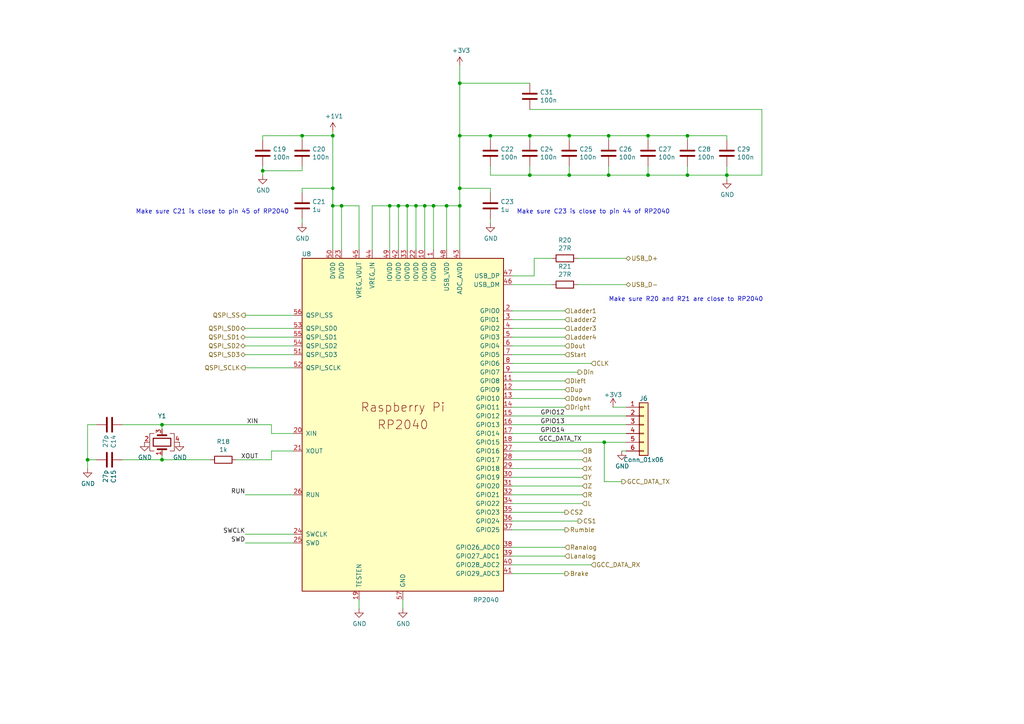
<source format=kicad_sch>
(kicad_sch (version 20211123) (generator eeschema)
  (paper "A4")
  (title_block (title "PHORAE") (rev "A"))
  (lib_symbols
    (symbol "Connector_Generic:Conn_01x06" (pin_names (offset 1.016) hide)
      (property "Reference" "J" (at 0 7.62 0))
      (property "Value" "Conn_01x06" (at 0 -10.16 0))
      (symbol "Conn_01x06_1_1"
        (rectangle (start -1.27 -7.493) (end 0 -7.747) (stroke (width 0.1524)))
        (rectangle (start -1.27 -4.953) (end 0 -5.207) (stroke (width 0.1524)))
        (rectangle (start -1.27 -2.413) (end 0 -2.667) (stroke (width 0.1524)))
        (rectangle (start -1.27 0.127) (end 0 -0.127) (stroke (width 0.1524)))
        (rectangle (start -1.27 2.667) (end 0 2.413) (stroke (width 0.1524)))
        (rectangle (start -1.27 5.207) (end 0 4.953) (stroke (width 0.1524)))
        (rectangle (start -1.27 6.35) (end 1.27 -8.89) (stroke (width 0.254)) (fill (type background)))
        (pin passive line (at -5.08 5.08 0) (length 3.81) (name "Pin_1") (number "1"))
        (pin passive line (at -5.08 2.54 0) (length 3.81) (name "Pin_2") (number "2"))
        (pin passive line (at -5.08 0 0) (length 3.81) (name "Pin_3") (number "3"))
        (pin passive line (at -5.08 -2.54 0) (length 3.81) (name "Pin_4") (number "4"))
        (pin passive line (at -5.08 -5.08 0) (length 3.81) (name "Pin_5") (number "5"))
        (pin passive line (at -5.08 -7.62 0) (length 3.81) (name "Pin_6") (number "6"))
      )
    )
    (symbol "Device:C" (pin_numbers hide) (pin_names (offset 0.254))
      (property "Reference" "C" (at 0.635 2.54 0))
      (property "Value" "C" (at 0.635 -2.54 0))
      (symbol "C_0_1"
        (polyline (pts (xy -2.032 -0.762) (xy 2.032 -0.762)) (stroke (width 0.508)))
        (polyline (pts (xy -2.032 0.762) (xy 2.032 0.762)) (stroke (width 0.508)))
      )
      (symbol "C_1_1"
        (pin passive line (at 0 3.81 270) (length 2.794) (name "~") (number "1"))
        (pin passive line (at 0 -3.81 90) (length 2.794) (name "~") (number "2"))
      )
    )
    (symbol "Device:Crystal_GND24" (pin_names (offset 1.016) hide)
      (property "Reference" "Y" (at 3.175 5.08 0))
      (property "Value" "Crystal_GND24" (at 3.175 3.175 0))
      (symbol "Crystal_GND24_0_1"
        (rectangle (start -1.143 2.54) (end 1.143 -2.54) (stroke (width 0.3048)))
        (polyline (pts (xy -2.54 0) (xy -2.032 0)))
        (polyline (pts (xy -2.032 -1.27) (xy -2.032 1.27)) (stroke (width 0.508)))
        (polyline (pts (xy 0 -3.81) (xy 0 -3.556)))
        (polyline (pts (xy 0 3.556) (xy 0 3.81)))
        (polyline (pts (xy 2.032 -1.27) (xy 2.032 1.27)) (stroke (width 0.508)))
        (polyline (pts (xy 2.032 0) (xy 2.54 0)))
        (polyline (pts (xy -2.54 -2.286) (xy -2.54 -3.556) (xy 2.54 -3.556) (xy 2.54 -2.286)))
        (polyline (pts (xy -2.54 2.286) (xy -2.54 3.556) (xy 2.54 3.556) (xy 2.54 2.286)))
      )
      (symbol "Crystal_GND24_1_1"
        (pin passive line (at -3.81 0 0) (length 1.27) (name "1") (number "1"))
        (pin passive line (at 0 5.08 270) (length 1.27) (name "2") (number "2"))
        (pin passive line (at 3.81 0 180) (length 1.27) (name "3") (number "3"))
        (pin passive line (at 0 -5.08 90) (length 1.27) (name "4") (number "4"))
      )
    )
    (symbol "Device:R" (pin_numbers hide) (pin_names (offset 0))
      (property "Reference" "R" (at 2.032 0 90))
      (property "Value" "R" (at 0 0 90))
      (symbol "R_0_1"
        (rectangle (start -1.016 -2.54) (end 1.016 2.54) (stroke (width 0.254)))
      )
      (symbol "R_1_1"
        (pin passive line (at 0 3.81 270) (length 1.27) (name "~") (number "1"))
        (pin passive line (at 0 -3.81 90) (length 1.27) (name "~") (number "2"))
      )
    )
    (symbol "GCC:+3.3V" (power) (pin_names (offset 0))
      (property "Value" "+3.3V" (at 0 3.556 0))
      (symbol "+3.3V_0_1"
        (polyline (pts (xy -0.762 1.27) (xy 0 2.54)))
        (polyline (pts (xy 0 0) (xy 0 2.54)))
        (polyline (pts (xy 0 2.54) (xy 0.762 1.27)))
      )
      (symbol "+3.3V_1_1"
        (pin power_in line (at 0 0 90) (length 0) hide (name "+3V3") (number "1"))
      )
    )
    (symbol "MCU_RaspberryPi_RP2040:RP2040" (pin_names (offset 1.016))
      (property "Reference" "U" (at -29.21 49.53 0))
      (property "Value" "RP2040" (at 24.13 -49.53 0))
      (symbol "RP2040_0_0"
        (text "Raspberry Pi" (at 0 5.08 0) (effects (font (size 2.54 2.54))))
        (text "RP2040" (at 0 0 0) (effects (font (size 2.54 2.54))))
      )
      (symbol "RP2040_0_1"
        (rectangle (start 29.21 48.26) (end -29.21 -48.26) (stroke (width 0.254)) (fill (type background)))
      )
      (symbol "RP2040_1_1"
        (pin power_in line (at 8.89 50.8 270) (length 2.54) (name "IOVDD") (number "1"))
        (pin power_in line (at 6.35 50.8 270) (length 2.54) (name "IOVDD") (number "10"))
        (pin bidirectional line (at 31.75 12.7 180) (length 2.54) (name "GPIO8") (number "11"))
        (pin bidirectional line (at 31.75 10.16 180) (length 2.54) (name "GPIO9") (number "12"))
        (pin bidirectional line (at 31.75 7.62 180) (length 2.54) (name "GPIO10") (number "13"))
        (pin bidirectional line (at 31.75 5.08 180) (length 2.54) (name "GPIO11") (number "14"))
        (pin bidirectional line (at 31.75 2.54 180) (length 2.54) (name "GPIO12") (number "15"))
        (pin bidirectional line (at 31.75 0 180) (length 2.54) (name "GPIO13") (number "16"))
        (pin bidirectional line (at 31.75 -2.54 180) (length 2.54) (name "GPIO14") (number "17"))
        (pin bidirectional line (at 31.75 -5.08 180) (length 2.54) (name "GPIO15") (number "18"))
        (pin passive line (at -12.7 -50.8 90) (length 2.54) (name "TESTEN") (number "19"))
        (pin bidirectional line (at 31.75 33.02 180) (length 2.54) (name "GPIO0") (number "2"))
        (pin input line (at -31.75 -2.54 0) (length 2.54) (name "XIN") (number "20"))
        (pin passive line (at -31.75 -7.62 0) (length 2.54) (name "XOUT") (number "21"))
        (pin power_in line (at 3.81 50.8 270) (length 2.54) (name "IOVDD") (number "22"))
        (pin power_in line (at -17.78 50.8 270) (length 2.54) (name "DVDD") (number "23"))
        (pin output line (at -31.75 -31.75 0) (length 2.54) (name "SWCLK") (number "24"))
        (pin bidirectional line (at -31.75 -34.29 0) (length 2.54) (name "SWD") (number "25"))
        (pin input line (at -31.75 -20.32 0) (length 2.54) (name "RUN") (number "26"))
        (pin bidirectional line (at 31.75 -7.62 180) (length 2.54) (name "GPIO16") (number "27"))
        (pin bidirectional line (at 31.75 -10.16 180) (length 2.54) (name "GPIO17") (number "28"))
        (pin bidirectional line (at 31.75 -12.7 180) (length 2.54) (name "GPIO18") (number "29"))
        (pin bidirectional line (at 31.75 30.48 180) (length 2.54) (name "GPIO1") (number "3"))
        (pin bidirectional line (at 31.75 -15.24 180) (length 2.54) (name "GPIO19") (number "30"))
        (pin bidirectional line (at 31.75 -17.78 180) (length 2.54) (name "GPIO20") (number "31"))
        (pin bidirectional line (at 31.75 -20.32 180) (length 2.54) (name "GPIO21") (number "32"))
        (pin power_in line (at 1.27 50.8 270) (length 2.54) (name "IOVDD") (number "33"))
        (pin bidirectional line (at 31.75 -22.86 180) (length 2.54) (name "GPIO22") (number "34"))
        (pin bidirectional line (at 31.75 -25.4 180) (length 2.54) (name "GPIO23") (number "35"))
        (pin bidirectional line (at 31.75 -27.94 180) (length 2.54) (name "GPIO24") (number "36"))
        (pin bidirectional line (at 31.75 -30.48 180) (length 2.54) (name "GPIO25") (number "37"))
        (pin bidirectional line (at 31.75 -35.56 180) (length 2.54) (name "GPIO26_ADC0") (number "38"))
        (pin bidirectional line (at 31.75 -38.1 180) (length 2.54) (name "GPIO27_ADC1") (number "39"))
        (pin bidirectional line (at 31.75 27.94 180) (length 2.54) (name "GPIO2") (number "4"))
        (pin bidirectional line (at 31.75 -40.64 180) (length 2.54) (name "GPIO28_ADC2") (number "40"))
        (pin bidirectional line (at 31.75 -43.18 180) (length 2.54) (name "GPIO29_ADC3") (number "41"))
        (pin power_in line (at -1.27 50.8 270) (length 2.54) (name "IOVDD") (number "42"))
        (pin power_in line (at 16.51 50.8 270) (length 2.54) (name "ADC_AVDD") (number "43"))
        (pin power_in line (at -8.89 50.8 270) (length 2.54) (name "VREG_IN") (number "44"))
        (pin power_out line (at -12.7 50.8 270) (length 2.54) (name "VREG_VOUT") (number "45"))
        (pin bidirectional line (at 31.75 40.64 180) (length 2.54) (name "USB_DM") (number "46"))
        (pin bidirectional line (at 31.75 43.18 180) (length 2.54) (name "USB_DP") (number "47"))
        (pin power_in line (at 12.7 50.8 270) (length 2.54) (name "USB_VDD") (number "48"))
        (pin power_in line (at -3.81 50.8 270) (length 2.54) (name "IOVDD") (number "49"))
        (pin bidirectional line (at 31.75 25.4 180) (length 2.54) (name "GPIO3") (number "5"))
        (pin power_in line (at -20.32 50.8 270) (length 2.54) (name "DVDD") (number "50"))
        (pin bidirectional line (at -31.75 20.32 0) (length 2.54) (name "QSPI_SD3") (number "51"))
        (pin output line (at -31.75 16.51 0) (length 2.54) (name "QSPI_SCLK") (number "52"))
        (pin bidirectional line (at -31.75 27.94 0) (length 2.54) (name "QSPI_SD0") (number "53"))
        (pin bidirectional line (at -31.75 22.86 0) (length 2.54) (name "QSPI_SD2") (number "54"))
        (pin bidirectional line (at -31.75 25.4 0) (length 2.54) (name "QSPI_SD1") (number "55"))
        (pin bidirectional line (at -31.75 31.75 0) (length 2.54) (name "QSPI_SS") (number "56"))
        (pin power_in line (at 0 -50.8 90) (length 2.54) (name "GND") (number "57"))
        (pin bidirectional line (at 31.75 22.86 180) (length 2.54) (name "GPIO4") (number "6"))
        (pin bidirectional line (at 31.75 20.32 180) (length 2.54) (name "GPIO5") (number "7"))
        (pin bidirectional line (at 31.75 17.78 180) (length 2.54) (name "GPIO6") (number "8"))
        (pin bidirectional line (at 31.75 15.24 180) (length 2.54) (name "GPIO7") (number "9"))
      )
    )
    (symbol "power:+1V1" (power) (pin_names (offset 0))
      (property "Value" "+1V1" (at 0 3.556 0))
      (symbol "+1V1_0_1"
        (polyline (pts (xy -0.762 1.27) (xy 0 2.54)))
        (polyline (pts (xy 0 0) (xy 0 2.54)))
        (polyline (pts (xy 0 2.54) (xy 0.762 1.27)))
      )
      (symbol "+1V1_1_1"
        (pin power_in line (at 0 0 90) (length 0) hide (name "+1V1") (number "1"))
      )
    )
    (symbol "power:+3V3" (power) (pin_names (offset 0))
      (property "Value" "+3V3" (at 0 3.556 0))
      (symbol "+3V3_0_1"
        (polyline (pts (xy -0.762 1.27) (xy 0 2.54)))
        (polyline (pts (xy 0 0) (xy 0 2.54)))
        (polyline (pts (xy 0 2.54) (xy 0.762 1.27)))
      )
      (symbol "+3V3_1_1"
        (pin power_in line (at 0 0 90) (length 0) hide (name "+3V3") (number "1"))
      )
    )
    (symbol "power:GND" (power) (pin_names (offset 0))
      (property "Value" "GND" (at 0 -3.81 0))
      (symbol "GND_0_1"
        (polyline (pts (xy 0 0) (xy 0 -1.27) (xy 1.27 -1.27) (xy 0 -2.54) (xy -1.27 -1.27) (xy 0 -1.27)))
      )
      (symbol "GND_1_1"
        (pin power_in line (at 0 0 270) (length 0) hide (name "GND") (number "1"))
      )
    )
  )
  (junction (at 46.99 133.35))
  (junction (at 46.99 123.19))
  (junction (at 99.06 59.69))
  (junction (at 133.35 59.69))
  (junction (at 153.67 50.8))
  (junction (at 113.03 59.69))
  (junction (at 199.39 50.8))
  (junction (at 210.82 50.8))
  (junction (at 165.1 50.8))
  (junction (at 175.26 128.27))
  (junction (at 142.24 39.37))
  (junction (at 133.35 39.37))
  (junction (at 123.19 59.69))
  (junction (at 129.54 59.69))
  (junction (at 76.2 49.53))
  (junction (at 120.65 59.69))
  (junction (at 187.96 50.8))
  (junction (at 133.35 54.61))
  (junction (at 96.52 54.61))
  (junction (at 187.96 39.37))
  (junction (at 165.1 39.37))
  (junction (at 176.53 39.37))
  (junction (at 115.57 59.69))
  (junction (at 87.63 39.37))
  (junction (at 176.53 50.8))
  (junction (at 153.67 39.37))
  (junction (at 118.11 59.69))
  (junction (at 96.52 59.69))
  (junction (at 133.35 24.13))
  (junction (at 199.39 39.37))
  (junction (at 125.73 59.69))
  (junction (at 25.4 133.35))
  (junction (at 96.52 39.37))
  (wire (pts (xy 68.58 133.35) (xy 78.74 133.35)))
  (wire (pts (xy 133.35 54.61) (xy 142.24 54.61)))
  (wire (pts (xy 148.59 95.25) (xy 163.83 95.25)))
  (wire (pts (xy 167.64 74.93) (xy 181.61 74.93)))
  (wire (pts (xy 133.35 54.61) (xy 133.35 59.69)))
  (wire (pts (xy 153.67 39.37) (xy 165.1 39.37)))
  (wire (pts (xy 148.59 90.17) (xy 163.83 90.17)))
  (wire (pts (xy 176.53 50.8) (xy 165.1 50.8)))
  (wire (pts (xy 148.59 118.11) (xy 163.83 118.11)))
  (wire (pts (xy 27.94 123.19) (xy 25.4 123.19)))
  (wire (pts (xy 165.1 48.26) (xy 165.1 50.8)))
  (wire (pts (xy 148.59 130.81) (xy 168.91 130.81)))
  (wire (pts (xy 99.06 72.39) (xy 99.06 59.69)))
  (wire (pts (xy 96.52 39.37) (xy 96.52 54.61)))
  (wire (pts (xy 87.63 54.61) (xy 96.52 54.61)))
  (wire (pts (xy 87.63 55.88) (xy 87.63 54.61)))
  (wire (pts (xy 176.53 48.26) (xy 176.53 50.8)))
  (wire (pts (xy 148.59 102.87) (xy 163.83 102.87)))
  (wire (pts (xy 148.59 143.51) (xy 168.91 143.51)))
  (wire (pts (xy 187.96 40.64) (xy 187.96 39.37)))
  (wire (pts (xy 133.35 24.13) (xy 153.67 24.13)))
  (wire (pts (xy 148.59 97.79) (xy 163.83 97.79)))
  (wire (pts (xy 148.59 163.83) (xy 171.45 163.83)))
  (wire (pts (xy 165.1 40.64) (xy 165.1 39.37)))
  (wire (pts (xy 153.67 48.26) (xy 153.67 50.8)))
  (wire (pts (xy 71.12 102.87) (xy 85.09 102.87)))
  (wire (pts (xy 148.59 133.35) (xy 168.91 133.35)))
  (wire (pts (xy 154.94 74.93) (xy 160.02 74.93)))
  (wire (pts (xy 78.74 125.73) (xy 78.74 123.19)))
  (wire (pts (xy 199.39 50.8) (xy 187.96 50.8)))
  (wire (pts (xy 120.65 59.69) (xy 123.19 59.69)))
  (wire (pts (xy 46.99 124.46) (xy 46.99 123.19)))
  (wire (pts (xy 199.39 48.26) (xy 199.39 50.8)))
  (wire (pts (xy 148.59 92.71) (xy 163.83 92.71)))
  (wire (pts (xy 175.26 128.27) (xy 181.61 128.27)))
  (wire (pts (xy 113.03 72.39) (xy 113.03 59.69)))
  (wire (pts (xy 148.59 105.41) (xy 171.45 105.41)))
  (wire (pts (xy 199.39 40.64) (xy 199.39 39.37)))
  (wire (pts (xy 148.59 166.37) (xy 163.83 166.37)))
  (wire (pts (xy 148.59 128.27) (xy 175.26 128.27)))
  (wire (pts (xy 210.82 48.26) (xy 210.82 50.8)))
  (wire (pts (xy 187.96 48.26) (xy 187.96 50.8)))
  (wire (pts (xy 35.56 123.19) (xy 46.99 123.19)))
  (wire (pts (xy 76.2 39.37) (xy 87.63 39.37)))
  (wire (pts (xy 123.19 59.69) (xy 125.73 59.69)))
  (wire (pts (xy 78.74 130.81) (xy 78.74 133.35)))
  (wire (pts (xy 133.35 59.69) (xy 133.35 72.39)))
  (wire (pts (xy 107.95 72.39) (xy 107.95 59.69)))
  (wire (pts (xy 85.09 106.68) (xy 71.12 106.68)))
  (wire (pts (xy 220.98 50.8) (xy 210.82 50.8)))
  (wire (pts (xy 27.94 133.35) (xy 25.4 133.35)))
  (wire (pts (xy 210.82 50.8) (xy 210.82 52.07)))
  (wire (pts (xy 148.59 82.55) (xy 160.02 82.55)))
  (wire (pts (xy 165.1 50.8) (xy 153.67 50.8)))
  (wire (pts (xy 76.2 49.53) (xy 76.2 50.8)))
  (wire (pts (xy 96.52 38.1) (xy 96.52 39.37)))
  (wire (pts (xy 180.34 139.7) (xy 175.26 139.7)))
  (wire (pts (xy 148.59 100.33) (xy 163.83 100.33)))
  (wire (pts (xy 115.57 72.39) (xy 115.57 59.69)))
  (wire (pts (xy 148.59 138.43) (xy 168.91 138.43)))
  (wire (pts (xy 87.63 63.5) (xy 87.63 64.77)))
  (wire (pts (xy 87.63 39.37) (xy 96.52 39.37)))
  (wire (pts (xy 148.59 151.13) (xy 167.64 151.13)))
  (wire (pts (xy 167.64 82.55) (xy 181.61 82.55)))
  (wire (pts (xy 46.99 133.35) (xy 60.96 133.35)))
  (wire (pts (xy 118.11 59.69) (xy 120.65 59.69)))
  (wire (pts (xy 129.54 72.39) (xy 129.54 59.69)))
  (wire (pts (xy 148.59 113.03) (xy 163.83 113.03)))
  (wire (pts (xy 148.59 148.59) (xy 163.83 148.59)))
  (wire (pts (xy 148.59 158.75) (xy 163.83 158.75)))
  (wire (pts (xy 76.2 48.26) (xy 76.2 49.53)))
  (wire (pts (xy 87.63 49.53) (xy 87.63 48.26)))
  (wire (pts (xy 142.24 63.5) (xy 142.24 64.77)))
  (wire (pts (xy 125.73 59.69) (xy 129.54 59.69)))
  (wire (pts (xy 199.39 39.37) (xy 210.82 39.37)))
  (wire (pts (xy 71.12 97.79) (xy 85.09 97.79)))
  (wire (pts (xy 154.94 74.93) (xy 154.94 80.01)))
  (wire (pts (xy 187.96 50.8) (xy 176.53 50.8)))
  (wire (pts (xy 113.03 59.69) (xy 115.57 59.69)))
  (wire (pts (xy 133.35 39.37) (xy 142.24 39.37)))
  (wire (pts (xy 46.99 123.19) (xy 78.74 123.19)))
  (wire (pts (xy 123.19 72.39) (xy 123.19 59.69)))
  (wire (pts (xy 220.98 31.75) (xy 220.98 50.8)))
  (wire (pts (xy 76.2 49.53) (xy 87.63 49.53)))
  (wire (pts (xy 181.61 130.81) (xy 180.34 130.81)))
  (wire (pts (xy 76.2 40.64) (xy 76.2 39.37)))
  (wire (pts (xy 25.4 123.19) (xy 25.4 133.35)))
  (wire (pts (xy 85.09 91.44) (xy 71.12 91.44)))
  (wire (pts (xy 148.59 110.49) (xy 163.83 110.49)))
  (wire (pts (xy 153.67 31.75) (xy 220.98 31.75)))
  (wire (pts (xy 71.12 100.33) (xy 85.09 100.33)))
  (wire (pts (xy 96.52 54.61) (xy 96.52 59.69)))
  (wire (pts (xy 85.09 154.94) (xy 71.12 154.94)))
  (wire (pts (xy 148.59 161.29) (xy 163.83 161.29)))
  (wire (pts (xy 153.67 50.8) (xy 142.24 50.8)))
  (wire (pts (xy 148.59 135.89) (xy 168.91 135.89)))
  (wire (pts (xy 148.59 107.95) (xy 167.64 107.95)))
  (wire (pts (xy 120.65 72.39) (xy 120.65 59.69)))
  (wire (pts (xy 35.56 133.35) (xy 46.99 133.35)))
  (wire (pts (xy 148.59 115.57) (xy 163.83 115.57)))
  (wire (pts (xy 175.26 139.7) (xy 175.26 128.27)))
  (wire (pts (xy 25.4 133.35) (xy 25.4 135.89)))
  (wire (pts (xy 148.59 80.01) (xy 154.94 80.01)))
  (wire (pts (xy 142.24 48.26) (xy 142.24 50.8)))
  (wire (pts (xy 176.53 40.64) (xy 176.53 39.37)))
  (wire (pts (xy 85.09 157.48) (xy 71.12 157.48)))
  (wire (pts (xy 85.09 143.51) (xy 71.12 143.51)))
  (wire (pts (xy 133.35 24.13) (xy 133.35 39.37)))
  (wire (pts (xy 148.59 125.73) (xy 181.61 125.73)))
  (wire (pts (xy 85.09 125.73) (xy 78.74 125.73)))
  (wire (pts (xy 133.35 19.05) (xy 133.35 24.13)))
  (wire (pts (xy 153.67 40.64) (xy 153.67 39.37)))
  (wire (pts (xy 187.96 39.37) (xy 199.39 39.37)))
  (wire (pts (xy 104.14 173.99) (xy 104.14 176.53)))
  (wire (pts (xy 99.06 59.69) (xy 96.52 59.69)))
  (wire (pts (xy 87.63 40.64) (xy 87.63 39.37)))
  (wire (pts (xy 142.24 40.64) (xy 142.24 39.37)))
  (wire (pts (xy 133.35 39.37) (xy 133.35 54.61)))
  (wire (pts (xy 85.09 130.81) (xy 78.74 130.81)))
  (wire (pts (xy 148.59 120.65) (xy 181.61 120.65)))
  (wire (pts (xy 142.24 39.37) (xy 153.67 39.37)))
  (wire (pts (xy 148.59 146.05) (xy 168.91 146.05)))
  (wire (pts (xy 104.14 59.69) (xy 99.06 59.69)))
  (wire (pts (xy 118.11 72.39) (xy 118.11 59.69)))
  (wire (pts (xy 115.57 59.69) (xy 118.11 59.69)))
  (wire (pts (xy 176.53 39.37) (xy 187.96 39.37)))
  (wire (pts (xy 142.24 55.88) (xy 142.24 54.61)))
  (wire (pts (xy 104.14 72.39) (xy 104.14 59.69)))
  (wire (pts (xy 165.1 39.37) (xy 176.53 39.37)))
  (wire (pts (xy 148.59 140.97) (xy 168.91 140.97)))
  (wire (pts (xy 107.95 59.69) (xy 113.03 59.69)))
  (wire (pts (xy 199.39 50.8) (xy 210.82 50.8)))
  (wire (pts (xy 181.61 118.11) (xy 177.8 118.11)))
  (wire (pts (xy 71.12 95.25) (xy 85.09 95.25)))
  (wire (pts (xy 116.84 173.99) (xy 116.84 176.53)))
  (wire (pts (xy 148.59 123.19) (xy 181.61 123.19)))
  (wire (pts (xy 96.52 59.69) (xy 96.52 72.39)))
  (wire (pts (xy 148.59 153.67) (xy 163.83 153.67)))
  (wire (pts (xy 125.73 59.69) (xy 125.73 72.39)))
  (wire (pts (xy 129.54 59.69) (xy 133.35 59.69)))
  (wire (pts (xy 46.99 132.08) (xy 46.99 133.35)))
  (wire (pts (xy 210.82 40.64) (xy 210.82 39.37)))
  (text "Make sure C21 is close to pin 45 of RP2040" (at 83.82 62.23 180) (effects (font (size 1.27 1.27)) (justify right bottom)))
  (text "Make sure C23 is close to pin 44 of RP2040" (at 149.86 62.23 0) (effects (font (size 1.27 1.27)) (justify left bottom)))
  (text "Make sure R20 and R21 are close to RP2040" (at 176.53 87.63 0) (effects (font (size 1.27 1.27)) (justify left bottom)))
  (label "GPIO14" (at 163.83 125.73 180))
  (label "SWD" (at 71.12 157.48 180))
  (label "XOUT" (at 74.93 133.35 180))
  (label "GPIO13" (at 163.83 123.19 180))
  (label "XIN" (at 74.93 123.19 180))
  (label "SWCLK" (at 71.12 154.94 180))
  (label "RUN" (at 71.12 143.51 180))
  (label "GPIO12" (at 163.83 120.65 180))
  (label "GCC_DATA_TX" (at 156.21 128.27 0))
  (hierarchical_label "QSPI_SD0" (shape bidirectional) (at 71.12 95.25 180))
  (hierarchical_label "Ranalog" (shape input) (at 163.83 158.75 0))
  (hierarchical_label "QSPI_SD1" (shape bidirectional) (at 71.12 97.79 180))
  (hierarchical_label "Ladder4" (shape input) (at 163.83 97.79 0))
  (hierarchical_label "CS1" (shape output) (at 167.64 151.13 0))
  (hierarchical_label "QSPI_SCLK" (shape output) (at 71.12 106.68 180))
  (hierarchical_label "Y" (shape input) (at 168.91 138.43 0))
  (hierarchical_label "CLK" (shape input) (at 171.45 105.41 0))
  (hierarchical_label "X" (shape input) (at 168.91 135.89 0))
  (hierarchical_label "B" (shape input) (at 168.91 130.81 0))
  (hierarchical_label "Dright" (shape input) (at 163.83 118.11 0))
  (hierarchical_label "Z" (shape input) (at 168.91 140.97 0))
  (hierarchical_label "CS2" (shape output) (at 163.83 148.59 0))
  (hierarchical_label "QSPI_SD3" (shape bidirectional) (at 71.12 102.87 180))
  (hierarchical_label "Dleft" (shape input) (at 163.83 110.49 0))
  (hierarchical_label "Ladder1" (shape input) (at 163.83 90.17 0))
  (hierarchical_label "Rumble" (shape output) (at 163.83 153.67 0))
  (hierarchical_label "Start" (shape input) (at 163.83 102.87 0))
  (hierarchical_label "GCC_DATA_TX" (shape output) (at 180.34 139.7 0))
  (hierarchical_label "USB_D-" (shape bidirectional) (at 181.61 82.55 0))
  (hierarchical_label "Ddown" (shape input) (at 163.83 115.57 0))
  (hierarchical_label "Ladder3" (shape input) (at 163.83 95.25 0))
  (hierarchical_label "A" (shape input) (at 168.91 133.35 0))
  (hierarchical_label "Ladder2" (shape input) (at 163.83 92.71 0))
  (hierarchical_label "L" (shape input) (at 168.91 146.05 0))
  (hierarchical_label "Brake" (shape output) (at 163.83 166.37 0))
  (hierarchical_label "QSPI_SS" (shape output) (at 71.12 91.44 180))
  (hierarchical_label "QSPI_SD2" (shape bidirectional) (at 71.12 100.33 180))
  (hierarchical_label "GCC_DATA_RX" (shape input) (at 171.45 163.83 0))
  (hierarchical_label "Din" (shape output) (at 167.64 107.95 0))
  (hierarchical_label "Dup" (shape input) (at 163.83 113.03 0))
  (hierarchical_label "USB_D+" (shape bidirectional) (at 181.61 74.93 0))
  (hierarchical_label "Dout" (shape input) (at 163.83 100.33 0))
  (hierarchical_label "R" (shape input) (at 168.91 143.51 0))
  (hierarchical_label "Lanalog" (shape input) (at 163.83 161.29 0))
  (symbol (lib_id "Device:C") (at 199.39 44.45 0) (unit 1)
    (property "Reference" "C28" (at 202.311 43.2816 0) (effects (justify left)))
    (property "Value" "100n" (at 202.311 45.593 0) (effects (justify left)))
    (property "Footprint" "PhobGCC_2_0_0_footprints:C_0402_1005Metric" (effects hide))
    (property "MPN" "CL05B104KA5NNNC" (effects hide))
    (property "Manufacturer" "Samsung Electro-Mechanics" (effects hide))
    (property "Package" "0402" (effects hide))
    (property "VARIANT" "NoVar" (effects hide))
  )
  (symbol (lib_id "Device:C") (at 153.67 44.45 0) (unit 1)
    (property "Reference" "C24" (at 156.591 43.2816 0) (effects (justify left)))
    (property "Value" "100n" (at 156.591 45.593 0) (effects (justify left)))
    (property "Footprint" "PhobGCC_2_0_0_footprints:C_0402_1005Metric" (effects hide))
    (property "MPN" "CL05B104KA5NNNC" (effects hide))
    (property "Manufacturer" "Samsung Electro-Mechanics" (effects hide))
    (property "Package" "0402" (effects hide))
    (property "VARIANT" "NoVar" (effects hide))
  )
  (symbol (lib_id "power:GND") (at 87.63 64.77 0) (unit 1)
    (property "Reference" "#PWR05" (effects hide))
    (property "Value" "GND" (at 87.757 69.1642 0))
  )
  (symbol (lib_id "power:+1V1") (at 96.52 38.1 0) (unit 1)
    (property "Reference" "#PWR06" (effects hide))
    (property "Value" "+1V1" (at 96.901 33.7058 0))
  )
  (symbol (lib_id "Device:C") (at 31.75 123.19 270) (unit 1)
    (property "Reference" "C14" (at 32.9184 126.111 0) (effects (justify left)))
    (property "Value" "27p" (at 30.607 126.111 0) (effects (justify left)))
    (property "Footprint" "PhobGCC_2_0_0_footprints:C_0402_1005Metric" (effects hide))
    (property "MPN" "0402YA270JAT2A" (effects hide))
    (property "Manufacturer" "KYOCERA AVX" (effects hide))
    (property "Package" "0402" (effects hide))
    (property "VARIANT" "NoVar" (effects hide))
  )
  (symbol (lib_id "Device:C") (at 142.24 59.69 0) (unit 1)
    (property "Reference" "C23" (at 145.161 58.5216 0) (effects (justify left)))
    (property "Value" "1u" (at 145.161 60.833 0) (effects (justify left)))
    (property "Footprint" "PhobGCC_2_0_0_footprints:C_0402_1005Metric" (effects hide))
    (property "MPN" "GRM155Z71A105KE01J" (effects hide))
    (property "Manufacturer" "Murata Electronics" (effects hide))
    (property "Package" "0402" (effects hide))
    (property "VARIANT" "NoVar" (effects hide))
  )
  (symbol (lib_id "Device:C") (at 187.96 44.45 0) (unit 1)
    (property "Reference" "C27" (at 190.881 43.2816 0) (effects (justify left)))
    (property "Value" "100n" (at 190.881 45.593 0) (effects (justify left)))
    (property "Footprint" "PhobGCC_2_0_0_footprints:C_0402_1005Metric" (effects hide))
    (property "MPN" "CL05B104KA5NNNC" (effects hide))
    (property "Manufacturer" "Samsung Electro-Mechanics" (effects hide))
    (property "Package" "0402" (effects hide))
    (property "VARIANT" "NoVar" (effects hide))
  )
  (symbol (lib_id "Device:C") (at 31.75 133.35 270) (unit 1)
    (property "Reference" "C15" (at 32.9184 136.271 0) (effects (justify left)))
    (property "Value" "27p" (at 30.607 136.271 0) (effects (justify left)))
    (property "Footprint" "PhobGCC_2_0_0_footprints:C_0402_1005Metric" (effects hide))
    (property "MPN" "0402YA270JAT2A" (effects hide))
    (property "Manufacturer" "KYOCERA AVX" (effects hide))
    (property "Package" "0402" (effects hide))
    (property "VARIANT" "NoVar" (effects hide))
  )
  (symbol (lib_id "power:GND") (at 76.2 50.8 0) (unit 1)
    (property "Reference" "#PWR04" (effects hide))
    (property "Value" "GND" (at 76.327 55.1942 0))
  )
  (symbol (lib_id "Device:C") (at 165.1 44.45 0) (unit 1)
    (property "Reference" "C25" (at 168.021 43.2816 0) (effects (justify left)))
    (property "Value" "100n" (at 168.021 45.593 0) (effects (justify left)))
    (property "Footprint" "PhobGCC_2_0_0_footprints:C_0402_1005Metric" (effects hide))
    (property "MPN" "CL05B104KA5NNNC" (effects hide))
    (property "Manufacturer" "Samsung Electro-Mechanics" (effects hide))
    (property "Package" "0402" (effects hide))
    (property "VARIANT" "NoVar" (effects hide))
  )
  (symbol (lib_id "MCU_RaspberryPi_RP2040:RP2040") (at 116.84 123.19 0) (unit 1)
    (property "Reference" "U8" (at 88.9 73.66 0))
    (property "Value" "RP2040" (at 140.97 173.99 0))
    (property "Footprint" "PhobGCC_2_0_0_footprints:RP2040-QFN-56" (effects hide))
    (property "MPN" "SC0914(13)" (effects hide))
    (property "Manufacturer" "Raspberry Pi" (effects hide))
    (property "Package" "56-QFN" (effects hide))
    (property "VARIANT" "NoVar" (effects hide))
  )
  (symbol (lib_id "Device:C") (at 87.63 59.69 0) (unit 1)
    (property "Reference" "C21" (at 90.551 58.5216 0) (effects (justify left)))
    (property "Value" "1u" (at 90.551 60.833 0) (effects (justify left)))
    (property "Footprint" "PhobGCC_2_0_0_footprints:C_0402_1005Metric" (effects hide))
    (property "MPN" "GRM155Z71A105KE01J" (effects hide))
    (property "Manufacturer" "Murata Electronics" (effects hide))
    (property "Package" "0402" (effects hide))
    (property "VARIANT" "NoVar" (effects hide))
  )
  (symbol (lib_id "power:GND") (at 180.34 130.81 0) (unit 1)
    (property "Reference" "#PWR012" (effects hide))
    (property "Value" "GND" (at 180.467 135.2042 0))
  )
  (symbol (lib_id "GCC:+3.3V") (at 177.8 118.11 0) (unit 1)
    (property "Reference" "#PWR011" (effects hide))
    (property "Value" "+3.3V" (at 177.8 114.5055 0))
  )
  (symbol (lib_id "Device:R") (at 163.83 74.93 270) (unit 1)
    (property "Reference" "R20" (at 163.83 69.6722 90))
    (property "Value" "27R" (at 163.83 71.9836 90))
    (property "Footprint" "PhobGCC_2_0_0_footprints:C_0402_1005Metric" (effects hide))
    (property "Package" "0402" (effects hide))
    (property "MPN" "RC0402FR-0727RL" (effects hide))
    (property "Manufacturer" "YAGEO" (effects hide))
    (property "VARIANT" "NoVar" (effects hide))
  )
  (symbol (lib_id "power:GND") (at 41.91 128.27 0) (unit 1)
    (property "Reference" "#PWR02" (effects hide))
    (property "Value" "GND" (at 42.037 132.6642 0))
  )
  (symbol (lib_id "Device:C") (at 210.82 44.45 0) (unit 1)
    (property "Reference" "C29" (at 213.741 43.2816 0) (effects (justify left)))
    (property "Value" "100n" (at 213.741 45.593 0) (effects (justify left)))
    (property "Footprint" "PhobGCC_2_0_0_footprints:C_0402_1005Metric" (effects hide))
    (property "MPN" "CL05B104KA5NNNC" (effects hide))
    (property "Manufacturer" "Samsung Electro-Mechanics" (effects hide))
    (property "Package" "0402" (effects hide))
    (property "VARIANT" "NoVar" (effects hide))
  )
  (symbol (lib_id "Device:R") (at 163.83 82.55 270) (unit 1)
    (property "Reference" "R21" (at 163.83 77.2922 90))
    (property "Value" "27R" (at 163.83 79.6036 90))
    (property "Footprint" "PhobGCC_2_0_0_footprints:C_0402_1005Metric" (effects hide))
    (property "Package" "0402" (effects hide))
    (property "MPN" "RC0402FR-0727RL" (effects hide))
    (property "Manufacturer" "YAGEO" (effects hide))
    (property "VARIANT" "NoVar" (effects hide))
  )
  (symbol (lib_id "Device:C") (at 142.24 44.45 0) (unit 1)
    (property "Reference" "C22" (at 145.161 43.2816 0) (effects (justify left)))
    (property "Value" "100n" (at 145.161 45.593 0) (effects (justify left)))
    (property "Footprint" "PhobGCC_2_0_0_footprints:C_0402_1005Metric" (effects hide))
    (property "MPN" "CL05B104KA5NNNC" (effects hide))
    (property "Manufacturer" "Samsung Electro-Mechanics" (effects hide))
    (property "Package" "0402" (effects hide))
    (property "VARIANT" "NoVar" (effects hide))
  )
  (symbol (lib_id "power:GND") (at 104.14 176.53 0) (unit 1)
    (property "Reference" "#PWR07" (effects hide))
    (property "Value" "GND" (at 104.267 180.9242 0))
  )
  (symbol (lib_id "Connector_Generic:Conn_01x06") (at 186.69 123.19 0) (unit 1)
    (property "Reference" "J6" (at 186.69 115.57 0))
    (property "Value" "Conn_01x06" (at 186.69 133.35 0))
    (property "Footprint" "Connector_PinSocket_2.00mm:PinSocket_1x06_P2.00mm_Vertical" (effects hide))
    (property "Package" "Through-Hole" (effects hide))
    (property "VARIANT" "NoVar" (effects hide))
    (property "DNP" "DNP" (effects hide))
  )
  (symbol (lib_id "Device:C") (at 176.53 44.45 0) (unit 1)
    (property "Reference" "C26" (at 179.451 43.2816 0) (effects (justify left)))
    (property "Value" "100n" (at 179.451 45.593 0) (effects (justify left)))
    (property "Footprint" "PhobGCC_2_0_0_footprints:C_0402_1005Metric" (effects hide))
    (property "MPN" "CL05B104KA5NNNC" (effects hide))
    (property "Manufacturer" "Samsung Electro-Mechanics" (effects hide))
    (property "Package" "0402" (effects hide))
    (property "VARIANT" "NoVar" (effects hide))
  )
  (symbol (lib_id "power:GND") (at 25.4 135.89 0) (unit 1)
    (property "Reference" "#PWR01" (effects hide))
    (property "Value" "GND" (at 25.527 140.2842 0))
  )
  (symbol (lib_id "Device:C") (at 76.2 44.45 0) (unit 1)
    (property "Reference" "C19" (at 79.121 43.2816 0) (effects (justify left)))
    (property "Value" "100n" (at 79.121 45.593 0) (effects (justify left)))
    (property "Footprint" "PhobGCC_2_0_0_footprints:C_0402_1005Metric" (effects hide))
    (property "MPN" "CL05B104KA5NNNC" (effects hide))
    (property "Manufacturer" "Samsung Electro-Mechanics" (effects hide))
    (property "Package" "0402" (effects hide))
    (property "VARIANT" "NoVar" (effects hide))
  )
  (symbol (lib_id "power:GND") (at 52.07 128.27 0) (unit 1)
    (property "Reference" "#PWR03" (effects hide))
    (property "Value" "GND" (at 52.197 132.6642 0))
  )
  (symbol (lib_id "Device:C") (at 153.67 27.94 0) (unit 1)
    (property "Reference" "C31" (at 156.591 26.7716 0) (effects (justify left)))
    (property "Value" "100n" (at 156.591 29.083 0) (effects (justify left)))
    (property "Footprint" "PhobGCC_2_0_0_footprints:C_0402_1005Metric" (effects hide))
    (property "MPN" "CL05B104KA5NNNC" (effects hide))
    (property "Manufacturer" "Samsung Electro-Mechanics" (effects hide))
    (property "Package" "0402" (effects hide))
    (property "VARIANT" "NoVar" (effects hide))
  )
  (symbol (lib_id "Device:R") (at 64.77 133.35 270) (unit 1)
    (property "Reference" "R18" (at 64.77 128.0922 90))
    (property "Value" "1k" (at 64.77 130.4036 90))
    (property "Footprint" "PhobGCC_2_0_0_footprints:C_0402_1005Metric" (effects hide))
    (property "Package" "0402" (effects hide))
    (property "MPN" "RMCF0402FT1K00" (effects hide))
    (property "Manufacturer" "Stackpole Electronics Inc" (effects hide))
    (property "VARIANT" "NoVar" (effects hide))
  )
  (symbol (lib_id "power:+3V3") (at 133.35 19.05 0) (unit 1)
    (property "Reference" "#PWR09" (effects hide))
    (property "Value" "+3V3" (at 133.731 14.6558 0))
  )
  (symbol (lib_id "power:GND") (at 142.24 64.77 0) (unit 1)
    (property "Reference" "#PWR010" (effects hide))
    (property "Value" "GND" (at 142.367 69.1642 0))
  )
  (symbol (lib_id "power:GND") (at 116.84 176.53 0) (unit 1)
    (property "Reference" "#PWR08" (effects hide))
    (property "Value" "GND" (at 116.967 180.9242 0))
  )
  (symbol (lib_id "Device:C") (at 87.63 44.45 0) (unit 1)
    (property "Reference" "C20" (at 90.551 43.2816 0) (effects (justify left)))
    (property "Value" "100n" (at 90.551 45.593 0) (effects (justify left)))
    (property "Footprint" "PhobGCC_2_0_0_footprints:C_0402_1005Metric" (effects hide))
    (property "MPN" "CL05B104KA5NNNC" (effects hide))
    (property "Manufacturer" "Samsung Electro-Mechanics" (effects hide))
    (property "Package" "0402" (effects hide))
    (property "VARIANT" "NoVar" (effects hide))
  )
  (symbol (lib_id "Device:Crystal_GND24") (at 46.99 128.27 90) (unit 1)
    (property "Reference" "Y1" (at 46.99 120.65 90))
    (property "Value" "Crystal_GND24" (effects hide))
    (property "Footprint" "PhobGCC_2_0_0_footprints:Crystal_SMD_3225-4Pin_3.2x2.5mm" (effects hide))
    (property "LCSC" "C403945" (effects hide))
    (property "MPN" "RH100-12.000-18-2020-EXT-TR" (effects hide))
    (property "Manufacturer" "Raltron Electronics" (effects hide))
    (property "Package" "SMD-3225" (effects hide))
    (property "VARIANT" "NoVar" (effects hide))
  )
  (symbol (lib_id "power:GND") (at 210.82 52.07 0) (unit 1)
    (property "Reference" "#PWR013" (effects hide))
    (property "Value" "GND" (at 210.947 56.4642 0))
  )
)
</source>
